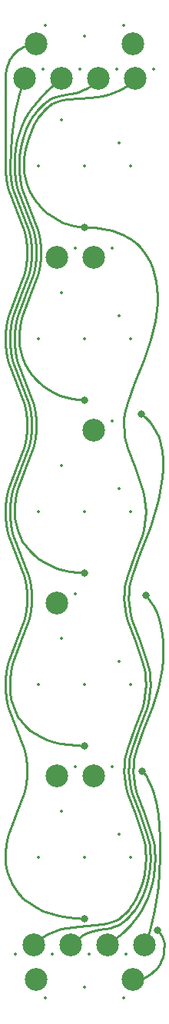
<source format=gbl>
%TF.GenerationSoftware,KiCad,Pcbnew,5.0.0+dfsg1-2*%
%TF.CreationDate,2019-02-10T19:22:37+01:00*%
%TF.ProjectId,yatara-puno-mx-5,7961746172612D70756E6F2D6D782D35,0.2*%
%TF.SameCoordinates,Original*%
%TF.FileFunction,Copper,L2,Bot,Signal*%
%TF.FilePolarity,Positive*%
%FSLAX46Y46*%
G04 Gerber Fmt 4.6, Leading zero omitted, Abs format (unit mm)*
G04 Created by KiCad (PCBNEW 5.0.0+dfsg1-2) date Sun Feb 10 19:22:37 2019*
%MOMM*%
%LPD*%
G01*
G04 APERTURE LIST*
%ADD10C,2.500000*%
%ADD11C,0.800000*%
%ADD12C,0.250000*%
%ADD13C,0.350000*%
G04 APERTURE END LIST*
D10*
X71460000Y-33398000D03*
X67396000Y-33398000D03*
X79588000Y-33398000D03*
X75524000Y-33398000D03*
X70952000Y-110233000D03*
X79334000Y-132712000D03*
X75016000Y-110233000D03*
X68666000Y-29588000D03*
X80602000Y-128902000D03*
X76538000Y-128902000D03*
X72476000Y-128902000D03*
X68410000Y-128902000D03*
X79334000Y-29588000D03*
X68664000Y-132712000D03*
X75016000Y-72133000D03*
X70952000Y-53083000D03*
X75016000Y-53083000D03*
X70952000Y-91183000D03*
D11*
X82001000Y-127251000D03*
X74000000Y-125981000D03*
X74000000Y-49781000D03*
X74000000Y-68831000D03*
X80223000Y-70355000D03*
X74000000Y-106931000D03*
X80350000Y-109725000D03*
X80763000Y-90345000D03*
X74000000Y-87881000D03*
D12*
X65237000Y-43050000D02*
X65237000Y-33398000D01*
X65264000Y-43745000D02*
X65237000Y-43050000D01*
X65340000Y-44405000D02*
X65264000Y-43745000D01*
X65458000Y-45035000D02*
X65340000Y-44405000D01*
X65611000Y-45639000D02*
X65458000Y-45035000D01*
X66436000Y-47891000D02*
X65611000Y-45639000D01*
X67264000Y-50103000D02*
X66436000Y-47891000D01*
X67420000Y-50685000D02*
X67264000Y-50103000D01*
X67540000Y-51288000D02*
X67420000Y-50685000D01*
X67620000Y-51916000D02*
X67540000Y-51288000D01*
X67650000Y-52575000D02*
X67620000Y-51916000D01*
X67626000Y-53234000D02*
X67650000Y-52575000D01*
X67552000Y-53862000D02*
X67626000Y-53234000D01*
X67435000Y-54465000D02*
X67552000Y-53862000D01*
X67282000Y-55047000D02*
X67435000Y-54465000D01*
X66451000Y-57259000D02*
X67282000Y-55047000D01*
X65617000Y-59511000D02*
X66451000Y-57259000D01*
X65461000Y-60115000D02*
X65617000Y-59511000D01*
X65342000Y-60745000D02*
X65461000Y-60115000D01*
X65264000Y-61405000D02*
X65342000Y-60745000D01*
X65237000Y-62100000D02*
X65264000Y-61405000D01*
X65264000Y-62795000D02*
X65237000Y-62100000D01*
X65340000Y-63455000D02*
X65264000Y-62795000D01*
X65458000Y-64085000D02*
X65340000Y-63455000D01*
X65611000Y-64689000D02*
X65458000Y-64085000D01*
X66436000Y-66941000D02*
X65611000Y-64689000D01*
X67264000Y-69153000D02*
X66436000Y-66941000D01*
X67420000Y-69735000D02*
X67264000Y-69153000D01*
X67540000Y-70338000D02*
X67420000Y-69735000D01*
X67620000Y-70966000D02*
X67540000Y-70338000D01*
X67650000Y-71625000D02*
X67620000Y-70966000D01*
X67626000Y-72284000D02*
X67650000Y-71625000D01*
X67552000Y-72912000D02*
X67626000Y-72284000D01*
X67435000Y-73515000D02*
X67552000Y-72912000D01*
X67282000Y-74097000D02*
X67435000Y-73515000D01*
X66451000Y-76309000D02*
X67282000Y-74097000D01*
X65617000Y-78561000D02*
X66451000Y-76309000D01*
X65461000Y-79165000D02*
X65617000Y-78561000D01*
X65342000Y-79795000D02*
X65461000Y-79165000D01*
X65264000Y-80455000D02*
X65342000Y-79795000D01*
X65237000Y-81150000D02*
X65264000Y-80455000D01*
X65264000Y-81845000D02*
X65237000Y-81150000D01*
X65340000Y-82505000D02*
X65264000Y-81845000D01*
X65458000Y-83135000D02*
X65340000Y-82505000D01*
X65611000Y-83739000D02*
X65458000Y-83135000D01*
X66436000Y-85991000D02*
X65611000Y-83739000D01*
X67264000Y-88203000D02*
X66436000Y-85991000D01*
X67420000Y-88785000D02*
X67264000Y-88203000D01*
X67540000Y-89388000D02*
X67420000Y-88785000D01*
X67620000Y-90016000D02*
X67540000Y-89388000D01*
X67650000Y-90675000D02*
X67620000Y-90016000D01*
X67626000Y-91334000D02*
X67650000Y-90675000D01*
X67552000Y-91962000D02*
X67626000Y-91334000D01*
X67435000Y-92565000D02*
X67552000Y-91962000D01*
X67282000Y-93147000D02*
X67435000Y-92565000D01*
X66451000Y-95359000D02*
X67282000Y-93147000D01*
X65617000Y-97611000D02*
X66451000Y-95359000D01*
X65461000Y-98215000D02*
X65617000Y-97611000D01*
X65342000Y-98845000D02*
X65461000Y-98215000D01*
X65264000Y-99505000D02*
X65342000Y-98845000D01*
X65237000Y-100200000D02*
X65264000Y-99505000D01*
X65264000Y-100895000D02*
X65237000Y-100200000D01*
X65340000Y-101555000D02*
X65264000Y-100895000D01*
X65458000Y-102185000D02*
X65340000Y-101555000D01*
X65611000Y-102789000D02*
X65458000Y-102185000D01*
X66436000Y-105041000D02*
X65611000Y-102789000D01*
X67264000Y-107253000D02*
X66436000Y-105041000D01*
X67420000Y-107835000D02*
X67264000Y-107253000D01*
X67540000Y-108438000D02*
X67420000Y-107835000D01*
X67620000Y-109066000D02*
X67540000Y-108438000D01*
X67650000Y-109725000D02*
X67620000Y-109066000D01*
X67626000Y-110384000D02*
X67650000Y-109725000D01*
X67552000Y-111012000D02*
X67626000Y-110384000D01*
X67435000Y-111615000D02*
X67552000Y-111012000D01*
X67282000Y-112197000D02*
X67435000Y-111615000D01*
X66451000Y-114409000D02*
X67282000Y-112197000D01*
X65617000Y-116661000D02*
X66451000Y-114409000D01*
X65461000Y-117265000D02*
X65617000Y-116661000D01*
X65342000Y-117895000D02*
X65461000Y-117265000D01*
X65264000Y-118555000D02*
X65342000Y-117895000D01*
X65237000Y-119250000D02*
X65264000Y-118555000D01*
X65270000Y-119810000D02*
X65237000Y-119250000D01*
X65368000Y-120399000D02*
X65270000Y-119810000D01*
X65527000Y-121002000D02*
X65368000Y-120399000D01*
X65745000Y-121603000D02*
X65527000Y-121002000D01*
X66018000Y-122189000D02*
X65745000Y-121603000D01*
X66344000Y-122743000D02*
X66018000Y-122189000D01*
X66720000Y-123250000D02*
X66344000Y-122743000D01*
X66925000Y-123481000D02*
X66720000Y-123250000D01*
X67142000Y-123695000D02*
X66925000Y-123481000D01*
X67483000Y-123990000D02*
X67142000Y-123695000D01*
X67842000Y-124262000D02*
X67483000Y-123990000D01*
X68604000Y-124741000D02*
X67842000Y-124262000D01*
X69421000Y-125135000D02*
X68604000Y-124741000D01*
X70283000Y-125450000D02*
X69421000Y-125135000D01*
X71181000Y-125688000D02*
X70283000Y-125450000D01*
X72106000Y-125853000D02*
X71181000Y-125688000D01*
X73049000Y-125950000D02*
X72106000Y-125853000D01*
X74000000Y-125981000D02*
X73049000Y-125950000D01*
X79624000Y-132699000D02*
X79334000Y-132712000D01*
X79919000Y-132658000D02*
X79624000Y-132699000D01*
X80216000Y-132589000D02*
X79919000Y-132658000D01*
X80513000Y-132492000D02*
X80216000Y-132589000D01*
X80805000Y-132366000D02*
X80513000Y-132492000D01*
X81089000Y-132210000D02*
X80805000Y-132366000D01*
X81362000Y-132024000D02*
X81089000Y-132210000D01*
X81620000Y-131807000D02*
X81362000Y-132024000D01*
X81861000Y-131559000D02*
X81620000Y-131807000D01*
X82080000Y-131280000D02*
X81861000Y-131559000D01*
X82275000Y-130967000D02*
X82080000Y-131280000D01*
X82442000Y-130622000D02*
X82275000Y-130967000D01*
X82577000Y-130244000D02*
X82442000Y-130622000D01*
X82678000Y-129831000D02*
X82577000Y-130244000D01*
X82741000Y-129384000D02*
X82678000Y-129831000D01*
X82763000Y-128902000D02*
X82741000Y-129384000D01*
X82759000Y-128791000D02*
X82763000Y-128902000D01*
X82747000Y-128678000D02*
X82759000Y-128791000D01*
X82702000Y-128448000D02*
X82747000Y-128678000D01*
X82631000Y-128218000D02*
X82702000Y-128448000D01*
X82538000Y-127993000D02*
X82631000Y-128218000D01*
X82424000Y-127778000D02*
X82538000Y-127993000D01*
X82295000Y-127579000D02*
X82424000Y-127778000D01*
X82153000Y-127402000D02*
X82295000Y-127579000D01*
X82078000Y-127323000D02*
X82153000Y-127402000D01*
X82001000Y-127251000D02*
X82078000Y-127323000D01*
X68376000Y-29601000D02*
X68666000Y-29588000D01*
X68081000Y-29642000D02*
X68376000Y-29601000D01*
X67784000Y-29711000D02*
X68081000Y-29642000D01*
X67487000Y-29808000D02*
X67784000Y-29711000D01*
X67195000Y-29934000D02*
X67487000Y-29808000D01*
X66911000Y-30090000D02*
X67195000Y-29934000D01*
X66638000Y-30276000D02*
X66911000Y-30090000D01*
X66380000Y-30493000D02*
X66638000Y-30276000D01*
X66139000Y-30741000D02*
X66380000Y-30493000D01*
X65920000Y-31020000D02*
X66139000Y-30741000D01*
X65725000Y-31333000D02*
X65920000Y-31020000D01*
X65558000Y-31678000D02*
X65725000Y-31333000D01*
X65423000Y-32056000D02*
X65558000Y-31678000D01*
X65322000Y-32469000D02*
X65423000Y-32056000D01*
X65259000Y-32916000D02*
X65322000Y-32469000D01*
X65237000Y-33398000D02*
X65259000Y-32916000D01*
X80704000Y-118555000D02*
X80731000Y-119250000D01*
X80628000Y-117895000D02*
X80704000Y-118555000D01*
X80510000Y-117265000D02*
X80628000Y-117895000D01*
X80357000Y-116661000D02*
X80510000Y-117265000D01*
X79532000Y-114409000D02*
X80357000Y-116661000D01*
X78704000Y-112197000D02*
X79532000Y-114409000D01*
X78548000Y-111615000D02*
X78704000Y-112197000D01*
X78428000Y-111012000D02*
X78548000Y-111615000D01*
X78348000Y-110384000D02*
X78428000Y-111012000D01*
X78318000Y-109725000D02*
X78348000Y-110384000D01*
X78342000Y-109066000D02*
X78318000Y-109725000D01*
X78416000Y-108438000D02*
X78342000Y-109066000D01*
X78533000Y-107835000D02*
X78416000Y-108438000D01*
X78686000Y-107253000D02*
X78533000Y-107835000D01*
X79517000Y-105041000D02*
X78686000Y-107253000D01*
X80351000Y-102789000D02*
X79517000Y-105041000D01*
X80507000Y-102185000D02*
X80351000Y-102789000D01*
X80626000Y-101555000D02*
X80507000Y-102185000D01*
X80704000Y-100895000D02*
X80626000Y-101555000D01*
X80731000Y-100200000D02*
X80704000Y-100895000D01*
X80704000Y-99505000D02*
X80731000Y-100200000D01*
X80628000Y-98845000D02*
X80704000Y-99505000D01*
X80510000Y-98215000D02*
X80628000Y-98845000D01*
X80357000Y-97611000D02*
X80510000Y-98215000D01*
X79532000Y-95359000D02*
X80357000Y-97611000D01*
X78704000Y-93147000D02*
X79532000Y-95359000D01*
X78548000Y-92565000D02*
X78704000Y-93147000D01*
X78428000Y-91962000D02*
X78548000Y-92565000D01*
X78348000Y-91334000D02*
X78428000Y-91962000D01*
X78318000Y-90675000D02*
X78348000Y-91334000D01*
X78342000Y-90016000D02*
X78318000Y-90675000D01*
X78416000Y-89388000D02*
X78342000Y-90016000D01*
X78533000Y-88785000D02*
X78416000Y-89388000D01*
X78686000Y-88203000D02*
X78533000Y-88785000D01*
X79517000Y-85991000D02*
X78686000Y-88203000D01*
X80351000Y-83739000D02*
X79517000Y-85991000D01*
X80507000Y-83135000D02*
X80351000Y-83739000D01*
X80626000Y-82505000D02*
X80507000Y-83135000D01*
X80704000Y-81845000D02*
X80626000Y-82505000D01*
X80731000Y-81150000D02*
X80704000Y-81845000D01*
X73401000Y-49747000D02*
X74000000Y-49781000D01*
X72799000Y-49648000D02*
X73401000Y-49747000D01*
X72200000Y-49486000D02*
X72799000Y-49648000D01*
X71609000Y-49265000D02*
X72200000Y-49486000D01*
X71032000Y-48987000D02*
X71609000Y-49265000D01*
X70475000Y-48656000D02*
X71032000Y-48987000D01*
X69944000Y-48274000D02*
X70475000Y-48656000D01*
X69444000Y-47844000D02*
X69944000Y-48274000D01*
X68981000Y-47370000D02*
X69444000Y-47844000D01*
X68562000Y-46854000D02*
X68981000Y-47370000D01*
X68191000Y-46299000D02*
X68562000Y-46854000D01*
X67874000Y-45709000D02*
X68191000Y-46299000D01*
X67618000Y-45086000D02*
X67874000Y-45709000D01*
X67428000Y-44433000D02*
X67618000Y-45086000D01*
X67310000Y-43753000D02*
X67428000Y-44433000D01*
X67269000Y-43050000D02*
X67310000Y-43753000D01*
X79335000Y-33672000D02*
X79588000Y-33398000D01*
X79070000Y-33920000D02*
X79335000Y-33672000D01*
X78794000Y-34144000D02*
X79070000Y-33920000D01*
X78508000Y-34345000D02*
X78794000Y-34144000D01*
X78212000Y-34525000D02*
X78508000Y-34345000D01*
X77908000Y-34684000D02*
X78212000Y-34525000D01*
X77279000Y-34949000D02*
X77908000Y-34684000D01*
X76627000Y-35150000D02*
X77279000Y-34949000D01*
X75962000Y-35299000D02*
X76627000Y-35150000D01*
X74618000Y-35482000D02*
X75962000Y-35299000D01*
X72092000Y-35704000D02*
X74618000Y-35482000D01*
X71539000Y-35793000D02*
X72092000Y-35704000D01*
X71033000Y-35918000D02*
X71539000Y-35793000D01*
X70800000Y-35997000D02*
X71033000Y-35918000D01*
X70581000Y-36090000D02*
X70800000Y-35997000D01*
X70377000Y-36196000D02*
X70581000Y-36090000D01*
X70190000Y-36319000D02*
X70377000Y-36196000D01*
X69843000Y-36598000D02*
X70190000Y-36319000D01*
X69518000Y-36910000D02*
X69843000Y-36598000D01*
X69213000Y-37252000D02*
X69518000Y-36910000D01*
X68930000Y-37621000D02*
X69213000Y-37252000D01*
X68668000Y-38013000D02*
X68930000Y-37621000D01*
X68429000Y-38426000D02*
X68668000Y-38013000D01*
X68015000Y-39304000D02*
X68429000Y-38426000D01*
X67691000Y-40228000D02*
X68015000Y-39304000D01*
X67458000Y-41177000D02*
X67691000Y-40228000D01*
X67316000Y-42125000D02*
X67458000Y-41177000D01*
X67269000Y-43050000D02*
X67316000Y-42125000D01*
X68665000Y-128628000D02*
X68412000Y-128902000D01*
X68930000Y-128380000D02*
X68665000Y-128628000D01*
X69206000Y-128156000D02*
X68930000Y-128380000D01*
X69492000Y-127955000D02*
X69206000Y-128156000D01*
X69788000Y-127775000D02*
X69492000Y-127955000D01*
X70092000Y-127616000D02*
X69788000Y-127775000D01*
X70721000Y-127351000D02*
X70092000Y-127616000D01*
X71373000Y-127150000D02*
X70721000Y-127351000D01*
X72038000Y-127001000D02*
X71373000Y-127150000D01*
X73382000Y-126818000D02*
X72038000Y-127001000D01*
X75908000Y-126596000D02*
X73382000Y-126818000D01*
X76461000Y-126507000D02*
X75908000Y-126596000D01*
X76967000Y-126382000D02*
X76461000Y-126507000D01*
X77200000Y-126303000D02*
X76967000Y-126382000D01*
X77419000Y-126210000D02*
X77200000Y-126303000D01*
X77623000Y-126104000D02*
X77419000Y-126210000D01*
X77810000Y-125981000D02*
X77623000Y-126104000D01*
X78157000Y-125702000D02*
X77810000Y-125981000D01*
X78482000Y-125390000D02*
X78157000Y-125702000D01*
X78787000Y-125048000D02*
X78482000Y-125390000D01*
X79070000Y-124679000D02*
X78787000Y-125048000D01*
X79332000Y-124287000D02*
X79070000Y-124679000D01*
X79571000Y-123874000D02*
X79332000Y-124287000D01*
X79985000Y-122996000D02*
X79571000Y-123874000D01*
X80309000Y-122072000D02*
X79985000Y-122996000D01*
X80542000Y-121123000D02*
X80309000Y-122072000D01*
X80684000Y-120175000D02*
X80542000Y-121123000D01*
X80731000Y-119250000D02*
X80684000Y-120175000D01*
X80701000Y-80448000D02*
X80728000Y-81143000D01*
X80625000Y-79788000D02*
X80701000Y-80448000D01*
X80507000Y-79158000D02*
X80625000Y-79788000D01*
X80354000Y-78554000D02*
X80507000Y-79158000D01*
X79529000Y-76303000D02*
X80354000Y-78554000D01*
X78701000Y-74090000D02*
X79529000Y-76303000D01*
X78545000Y-73508000D02*
X78701000Y-74090000D01*
X78425000Y-72905000D02*
X78545000Y-73508000D01*
X78346000Y-72277000D02*
X78425000Y-72905000D01*
X78315000Y-71618000D02*
X78346000Y-72277000D01*
X78339000Y-70960000D02*
X78315000Y-71618000D01*
X78413000Y-70331000D02*
X78339000Y-70960000D01*
X78530000Y-69729000D02*
X78413000Y-70331000D01*
X78684000Y-69147000D02*
X78530000Y-69729000D01*
X79514000Y-66934000D02*
X78684000Y-69147000D01*
X80536000Y-64474000D02*
X79514000Y-66934000D01*
X81280000Y-62204000D02*
X80536000Y-64474000D01*
X81758000Y-60124000D02*
X81280000Y-62204000D01*
X81984000Y-58233000D02*
X81758000Y-60124000D01*
X82006000Y-57359000D02*
X81984000Y-58233000D01*
X81970000Y-56533000D02*
X82006000Y-57359000D01*
X81876000Y-55755000D02*
X81970000Y-56533000D01*
X81726000Y-55023000D02*
X81876000Y-55755000D01*
X81523000Y-54340000D02*
X81726000Y-55023000D01*
X81267000Y-53704000D02*
X81523000Y-54340000D01*
X80960000Y-53116000D02*
X81267000Y-53704000D01*
X80604000Y-52575000D02*
X80960000Y-53116000D01*
X80335000Y-52236000D02*
X80604000Y-52575000D01*
X80046000Y-51919000D02*
X80335000Y-52236000D01*
X79735000Y-51624000D02*
X80046000Y-51919000D01*
X79403000Y-51350000D02*
X79735000Y-51624000D01*
X79051000Y-51099000D02*
X79403000Y-51350000D01*
X78680000Y-50869000D02*
X79051000Y-51099000D01*
X78290000Y-50661000D02*
X78680000Y-50869000D01*
X77881000Y-50475000D02*
X78290000Y-50661000D01*
X77010000Y-50168000D02*
X77881000Y-50475000D01*
X76069000Y-49950000D02*
X77010000Y-50168000D01*
X75064000Y-49818000D02*
X76069000Y-49950000D01*
X73997000Y-49774000D02*
X75064000Y-49818000D01*
X66788000Y-43745000D02*
X66761000Y-43050000D01*
X66864000Y-44405000D02*
X66788000Y-43745000D01*
X66982000Y-45035000D02*
X66864000Y-44405000D01*
X67135000Y-45639000D02*
X66982000Y-45035000D01*
X67960000Y-47891000D02*
X67135000Y-45639000D01*
X68788000Y-50103000D02*
X67960000Y-47891000D01*
X68944000Y-50685000D02*
X68788000Y-50103000D01*
X69064000Y-51288000D02*
X68944000Y-50685000D01*
X69144000Y-51916000D02*
X69064000Y-51288000D01*
X69174000Y-52575000D02*
X69144000Y-51916000D01*
X69150000Y-53234000D02*
X69174000Y-52575000D01*
X69076000Y-53862000D02*
X69150000Y-53234000D01*
X68959000Y-54465000D02*
X69076000Y-53862000D01*
X68806000Y-55047000D02*
X68959000Y-54465000D01*
X67975000Y-57259000D02*
X68806000Y-55047000D01*
X67141000Y-59511000D02*
X67975000Y-57259000D01*
X66985000Y-60115000D02*
X67141000Y-59511000D01*
X66866000Y-60745000D02*
X66985000Y-60115000D01*
X66788000Y-61405000D02*
X66866000Y-60745000D01*
X66761000Y-62100000D02*
X66788000Y-61405000D01*
X75056000Y-33836000D02*
X75524000Y-33398000D01*
X74616000Y-34191000D02*
X75056000Y-33836000D01*
X74202000Y-34471000D02*
X74616000Y-34191000D01*
X73810000Y-34687000D02*
X74202000Y-34471000D01*
X73439000Y-34849000D02*
X73810000Y-34687000D01*
X73084000Y-34967000D02*
X73439000Y-34849000D01*
X72413000Y-35112000D02*
X73084000Y-34967000D01*
X71143000Y-35315000D02*
X72413000Y-35112000D01*
X70823000Y-35406000D02*
X71143000Y-35315000D01*
X70496000Y-35534000D02*
X70823000Y-35406000D01*
X70159000Y-35708000D02*
X70496000Y-35534000D01*
X69809000Y-35938000D02*
X70159000Y-35708000D01*
X69461000Y-36216000D02*
X69809000Y-35938000D01*
X69131000Y-36525000D02*
X69461000Y-36216000D01*
X68820000Y-36863000D02*
X69131000Y-36525000D01*
X68529000Y-37228000D02*
X68820000Y-36863000D01*
X68258000Y-37618000D02*
X68529000Y-37228000D01*
X68007000Y-38032000D02*
X68258000Y-37618000D01*
X67571000Y-38923000D02*
X68007000Y-38032000D01*
X67223000Y-39884000D02*
X67571000Y-38923000D01*
X66969000Y-40903000D02*
X67223000Y-39884000D01*
X66814000Y-41963000D02*
X66969000Y-40903000D01*
X66761000Y-43050000D02*
X66814000Y-41963000D01*
X81212000Y-118555000D02*
X81239000Y-119250000D01*
X81136000Y-117895000D02*
X81212000Y-118555000D01*
X81018000Y-117265000D02*
X81136000Y-117895000D01*
X80865000Y-116661000D02*
X81018000Y-117265000D01*
X80040000Y-114409000D02*
X80865000Y-116661000D01*
X79212000Y-112197000D02*
X80040000Y-114409000D01*
X79056000Y-111615000D02*
X79212000Y-112197000D01*
X78936000Y-111012000D02*
X79056000Y-111615000D01*
X78856000Y-110384000D02*
X78936000Y-111012000D01*
X78826000Y-109725000D02*
X78856000Y-110384000D01*
X78850000Y-109066000D02*
X78826000Y-109725000D01*
X78924000Y-108438000D02*
X78850000Y-109066000D01*
X79041000Y-107835000D02*
X78924000Y-108438000D01*
X79194000Y-107253000D02*
X79041000Y-107835000D01*
X80025000Y-105041000D02*
X79194000Y-107253000D01*
X80859000Y-102789000D02*
X80025000Y-105041000D01*
X81015000Y-102185000D02*
X80859000Y-102789000D01*
X81134000Y-101555000D02*
X81015000Y-102185000D01*
X81212000Y-100895000D02*
X81134000Y-101555000D01*
X81239000Y-100200000D02*
X81212000Y-100895000D01*
X73291000Y-68797000D02*
X74000000Y-68831000D01*
X72595000Y-68698000D02*
X73291000Y-68797000D01*
X71917000Y-68536000D02*
X72595000Y-68698000D01*
X71262000Y-68315000D02*
X71917000Y-68536000D01*
X70633000Y-68037000D02*
X71262000Y-68315000D01*
X70035000Y-67706000D02*
X70633000Y-68037000D01*
X69473000Y-67324000D02*
X70035000Y-67706000D01*
X68952000Y-66894000D02*
X69473000Y-67324000D01*
X68475000Y-66420000D02*
X68952000Y-66894000D01*
X68047000Y-65904000D02*
X68475000Y-66420000D01*
X67673000Y-65349000D02*
X68047000Y-65904000D01*
X67356000Y-64759000D02*
X67673000Y-65349000D01*
X67103000Y-64136000D02*
X67356000Y-64759000D01*
X66916000Y-63483000D02*
X67103000Y-64136000D01*
X66800000Y-62803000D02*
X66916000Y-63483000D01*
X66761000Y-62100000D02*
X66800000Y-62803000D01*
X72944000Y-128464000D02*
X72476000Y-128902000D01*
X73384000Y-128109000D02*
X72944000Y-128464000D01*
X73798000Y-127829000D02*
X73384000Y-128109000D01*
X74190000Y-127613000D02*
X73798000Y-127829000D01*
X74561000Y-127451000D02*
X74190000Y-127613000D01*
X74916000Y-127333000D02*
X74561000Y-127451000D01*
X75587000Y-127188000D02*
X74916000Y-127333000D01*
X76857000Y-126985000D02*
X75587000Y-127188000D01*
X77177000Y-126894000D02*
X76857000Y-126985000D01*
X77504000Y-126766000D02*
X77177000Y-126894000D01*
X77841000Y-126592000D02*
X77504000Y-126766000D01*
X78191000Y-126362000D02*
X77841000Y-126592000D01*
X78539000Y-126084000D02*
X78191000Y-126362000D01*
X78869000Y-125775000D02*
X78539000Y-126084000D01*
X79180000Y-125437000D02*
X78869000Y-125775000D01*
X79471000Y-125072000D02*
X79180000Y-125437000D01*
X79742000Y-124682000D02*
X79471000Y-125072000D01*
X79993000Y-124268000D02*
X79742000Y-124682000D01*
X80429000Y-123377000D02*
X79993000Y-124268000D01*
X80777000Y-122416000D02*
X80429000Y-123377000D01*
X81031000Y-121397000D02*
X80777000Y-122416000D01*
X81186000Y-120337000D02*
X81031000Y-121397000D01*
X81239000Y-119250000D02*
X81186000Y-120337000D01*
X81212000Y-99505000D02*
X81239000Y-100200000D01*
X81136000Y-98845000D02*
X81212000Y-99505000D01*
X81018000Y-98215000D02*
X81136000Y-98845000D01*
X80865000Y-97611000D02*
X81018000Y-98215000D01*
X80040000Y-95359000D02*
X80865000Y-97611000D01*
X79212000Y-93147000D02*
X80040000Y-95359000D01*
X79056000Y-92565000D02*
X79212000Y-93147000D01*
X78936000Y-91962000D02*
X79056000Y-92565000D01*
X78856000Y-91334000D02*
X78936000Y-91962000D01*
X78826000Y-90675000D02*
X78856000Y-91334000D01*
X78850000Y-90016000D02*
X78826000Y-90675000D01*
X78924000Y-89388000D02*
X78850000Y-90016000D01*
X79041000Y-88785000D02*
X78924000Y-89388000D01*
X79194000Y-88203000D02*
X79041000Y-88785000D01*
X80025000Y-85991000D02*
X79194000Y-88203000D01*
X81291000Y-82704000D02*
X80025000Y-85991000D01*
X82116000Y-79861000D02*
X81291000Y-82704000D01*
X82545000Y-77431000D02*
X82116000Y-79861000D01*
X82623000Y-76360000D02*
X82545000Y-77431000D01*
X82619000Y-75381000D02*
X82623000Y-76360000D01*
X82536000Y-74489000D02*
X82619000Y-75381000D01*
X82381000Y-73680000D02*
X82536000Y-74489000D01*
X82158000Y-72951000D02*
X82381000Y-73680000D01*
X81873000Y-72297000D02*
X82158000Y-72951000D01*
X81532000Y-71714000D02*
X81873000Y-72297000D01*
X81140000Y-71199000D02*
X81532000Y-71714000D01*
X80702000Y-70747000D02*
X81140000Y-71199000D01*
X80223000Y-70355000D02*
X80702000Y-70747000D01*
X65772000Y-43745000D02*
X65745000Y-43050000D01*
X65848000Y-44405000D02*
X65772000Y-43745000D01*
X65966000Y-45035000D02*
X65848000Y-44405000D01*
X66119000Y-45639000D02*
X65966000Y-45035000D01*
X66944000Y-47891000D02*
X66119000Y-45639000D01*
X67772000Y-50103000D02*
X66944000Y-47891000D01*
X67928000Y-50685000D02*
X67772000Y-50103000D01*
X68048000Y-51288000D02*
X67928000Y-50685000D01*
X68128000Y-51916000D02*
X68048000Y-51288000D01*
X68158000Y-52575000D02*
X68128000Y-51916000D01*
X68134000Y-53234000D02*
X68158000Y-52575000D01*
X68060000Y-53862000D02*
X68134000Y-53234000D01*
X67943000Y-54465000D02*
X68060000Y-53862000D01*
X67790000Y-55047000D02*
X67943000Y-54465000D01*
X66959000Y-57259000D02*
X67790000Y-55047000D01*
X66125000Y-59511000D02*
X66959000Y-57259000D01*
X65969000Y-60115000D02*
X66125000Y-59511000D01*
X65850000Y-60745000D02*
X65969000Y-60115000D01*
X65772000Y-61405000D02*
X65850000Y-60745000D01*
X65745000Y-62100000D02*
X65772000Y-61405000D01*
X65772000Y-62795000D02*
X65745000Y-62100000D01*
X65848000Y-63455000D02*
X65772000Y-62795000D01*
X65966000Y-64085000D02*
X65848000Y-63455000D01*
X66119000Y-64689000D02*
X65966000Y-64085000D01*
X66944000Y-66941000D02*
X66119000Y-64689000D01*
X67772000Y-69153000D02*
X66944000Y-66941000D01*
X67928000Y-69735000D02*
X67772000Y-69153000D01*
X68048000Y-70338000D02*
X67928000Y-69735000D01*
X68128000Y-70966000D02*
X68048000Y-70338000D01*
X68158000Y-71625000D02*
X68128000Y-70966000D01*
X68134000Y-72284000D02*
X68158000Y-71625000D01*
X68060000Y-72912000D02*
X68134000Y-72284000D01*
X67943000Y-73515000D02*
X68060000Y-72912000D01*
X67790000Y-74097000D02*
X67943000Y-73515000D01*
X66959000Y-76309000D02*
X67790000Y-74097000D01*
X66125000Y-78561000D02*
X66959000Y-76309000D01*
X65969000Y-79165000D02*
X66125000Y-78561000D01*
X65850000Y-79795000D02*
X65969000Y-79165000D01*
X65772000Y-80455000D02*
X65850000Y-79795000D01*
X65745000Y-81150000D02*
X65772000Y-80455000D01*
X65772000Y-81845000D02*
X65745000Y-81150000D01*
X65848000Y-82505000D02*
X65772000Y-81845000D01*
X65966000Y-83135000D02*
X65848000Y-82505000D01*
X66119000Y-83739000D02*
X65966000Y-83135000D01*
X66944000Y-85991000D02*
X66119000Y-83739000D01*
X67772000Y-88203000D02*
X66944000Y-85991000D01*
X67928000Y-88785000D02*
X67772000Y-88203000D01*
X68048000Y-89388000D02*
X67928000Y-88785000D01*
X68128000Y-90016000D02*
X68048000Y-89388000D01*
X68158000Y-90675000D02*
X68128000Y-90016000D01*
X68134000Y-91334000D02*
X68158000Y-90675000D01*
X68060000Y-91962000D02*
X68134000Y-91334000D01*
X67943000Y-92565000D02*
X68060000Y-91962000D01*
X67790000Y-93147000D02*
X67943000Y-92565000D01*
X66959000Y-95359000D02*
X67790000Y-93147000D01*
X66125000Y-97611000D02*
X66959000Y-95359000D01*
X65969000Y-98215000D02*
X66125000Y-97611000D01*
X65850000Y-98845000D02*
X65969000Y-98215000D01*
X65772000Y-99505000D02*
X65850000Y-98845000D01*
X65745000Y-100200000D02*
X65772000Y-99505000D01*
X65782000Y-101008000D02*
X65745000Y-100200000D01*
X65891000Y-101765000D02*
X65782000Y-101008000D01*
X66071000Y-102472000D02*
X65891000Y-101765000D01*
X66320000Y-103127000D02*
X66071000Y-102472000D01*
X66636000Y-103731000D02*
X66320000Y-103127000D01*
X67017000Y-104283000D02*
X66636000Y-103731000D01*
X67462000Y-104784000D02*
X67017000Y-104283000D01*
X67968000Y-105232000D02*
X67462000Y-104784000D01*
X68533000Y-105629000D02*
X67968000Y-105232000D01*
X69156000Y-105973000D02*
X68533000Y-105629000D01*
X69834000Y-106265000D02*
X69156000Y-105973000D01*
X70567000Y-106504000D02*
X69834000Y-106265000D01*
X71352000Y-106691000D02*
X70567000Y-106504000D01*
X72187000Y-106824000D02*
X71352000Y-106691000D01*
X73070000Y-106904000D02*
X72187000Y-106824000D01*
X74000000Y-106931000D02*
X73070000Y-106904000D01*
X80713000Y-110214000D02*
X80350000Y-109725000D01*
X81026000Y-110745000D02*
X80713000Y-110214000D01*
X81295000Y-111311000D02*
X81026000Y-110745000D01*
X81521000Y-111906000D02*
X81295000Y-111311000D01*
X81863000Y-113163000D02*
X81521000Y-111906000D01*
X82079000Y-114468000D02*
X81863000Y-113163000D01*
X82249000Y-117040000D02*
X82079000Y-114468000D01*
X82255000Y-119250000D02*
X82249000Y-117040000D01*
X66817000Y-35057000D02*
X67396000Y-33398000D01*
X66285000Y-37198000D02*
X66817000Y-35057000D01*
X65896000Y-39852000D02*
X66285000Y-37198000D01*
X65745000Y-43050000D02*
X65896000Y-39852000D01*
X81183000Y-127243000D02*
X80604000Y-128902000D01*
X81715000Y-125102000D02*
X81183000Y-127243000D01*
X82104000Y-122448000D02*
X81715000Y-125102000D01*
X82255000Y-119250000D02*
X82104000Y-122448000D01*
X69825000Y-34771000D02*
X71460000Y-33398000D01*
X68957000Y-35641000D02*
X69825000Y-34771000D01*
X68127000Y-36675000D02*
X68957000Y-35641000D01*
X67742000Y-37263000D02*
X68127000Y-36675000D01*
X67387000Y-37902000D02*
X67742000Y-37263000D01*
X67069000Y-38598000D02*
X67387000Y-37902000D01*
X66793000Y-39354000D02*
X67069000Y-38598000D01*
X66567000Y-40173000D02*
X66793000Y-39354000D01*
X66397000Y-41059000D02*
X66567000Y-40173000D01*
X66290000Y-42017000D02*
X66397000Y-41059000D01*
X66253000Y-43050000D02*
X66290000Y-42017000D01*
X66280000Y-62795000D02*
X66253000Y-62100000D01*
X66356000Y-63455000D02*
X66280000Y-62795000D01*
X66474000Y-64085000D02*
X66356000Y-63455000D01*
X66627000Y-64689000D02*
X66474000Y-64085000D01*
X67452000Y-66941000D02*
X66627000Y-64689000D01*
X68280000Y-69153000D02*
X67452000Y-66941000D01*
X68436000Y-69735000D02*
X68280000Y-69153000D01*
X68556000Y-70338000D02*
X68436000Y-69735000D01*
X68636000Y-70966000D02*
X68556000Y-70338000D01*
X68666000Y-71625000D02*
X68636000Y-70966000D01*
X68642000Y-72284000D02*
X68666000Y-71625000D01*
X68568000Y-72912000D02*
X68642000Y-72284000D01*
X68451000Y-73515000D02*
X68568000Y-72912000D01*
X68298000Y-74097000D02*
X68451000Y-73515000D01*
X67467000Y-76309000D02*
X68298000Y-74097000D01*
X66633000Y-78561000D02*
X67467000Y-76309000D01*
X66477000Y-79165000D02*
X66633000Y-78561000D01*
X66358000Y-79795000D02*
X66477000Y-79165000D01*
X66280000Y-80455000D02*
X66358000Y-79795000D01*
X66253000Y-81150000D02*
X66280000Y-80455000D01*
X66280000Y-43745000D02*
X66253000Y-43050000D01*
X66356000Y-44405000D02*
X66280000Y-43745000D01*
X66474000Y-45035000D02*
X66356000Y-44405000D01*
X66627000Y-45639000D02*
X66474000Y-45035000D01*
X67452000Y-47891000D02*
X66627000Y-45639000D01*
X68280000Y-50103000D02*
X67452000Y-47891000D01*
X68436000Y-50685000D02*
X68280000Y-50103000D01*
X68556000Y-51288000D02*
X68436000Y-50685000D01*
X68636000Y-51916000D02*
X68556000Y-51288000D01*
X68666000Y-52575000D02*
X68636000Y-51916000D01*
X68642000Y-53234000D02*
X68666000Y-52575000D01*
X68568000Y-53862000D02*
X68642000Y-53234000D01*
X68451000Y-54465000D02*
X68568000Y-53862000D01*
X68298000Y-55047000D02*
X68451000Y-54465000D01*
X67467000Y-57259000D02*
X68298000Y-55047000D01*
X66633000Y-59511000D02*
X67467000Y-57259000D01*
X66477000Y-60115000D02*
X66633000Y-59511000D01*
X66358000Y-60745000D02*
X66477000Y-60115000D01*
X66280000Y-61405000D02*
X66358000Y-60745000D01*
X66253000Y-62100000D02*
X66280000Y-61405000D01*
X73180000Y-87847000D02*
X74000000Y-87881000D01*
X72391000Y-87748000D02*
X73180000Y-87847000D01*
X71634000Y-87586000D02*
X72391000Y-87748000D01*
X70914000Y-87365000D02*
X71634000Y-87586000D01*
X70234000Y-87087000D02*
X70914000Y-87365000D01*
X69595000Y-86756000D02*
X70234000Y-87087000D01*
X69003000Y-86374000D02*
X69595000Y-86756000D01*
X68460000Y-85944000D02*
X69003000Y-86374000D01*
X67968000Y-85470000D02*
X68460000Y-85944000D01*
X67532000Y-84954000D02*
X67968000Y-85470000D01*
X67154000Y-84399000D02*
X67532000Y-84954000D01*
X66838000Y-83809000D02*
X67154000Y-84399000D01*
X66587000Y-83186000D02*
X66838000Y-83809000D01*
X66404000Y-82533000D02*
X66587000Y-83186000D01*
X66291000Y-81853000D02*
X66404000Y-82533000D01*
X66253000Y-81150000D02*
X66291000Y-81853000D01*
X78175000Y-127529000D02*
X76540000Y-128902000D01*
X79043000Y-126659000D02*
X78175000Y-127529000D01*
X79873000Y-125625000D02*
X79043000Y-126659000D01*
X80258000Y-125037000D02*
X79873000Y-125625000D01*
X80613000Y-124398000D02*
X80258000Y-125037000D01*
X80931000Y-123702000D02*
X80613000Y-124398000D01*
X81207000Y-122946000D02*
X80931000Y-123702000D01*
X81433000Y-122127000D02*
X81207000Y-122946000D01*
X81603000Y-121241000D02*
X81433000Y-122127000D01*
X81710000Y-120283000D02*
X81603000Y-121241000D01*
X81747000Y-119250000D02*
X81710000Y-120283000D01*
X81720000Y-118555000D02*
X81747000Y-119250000D01*
X81644000Y-117895000D02*
X81720000Y-118555000D01*
X81526000Y-117265000D02*
X81644000Y-117895000D01*
X81373000Y-116661000D02*
X81526000Y-117265000D01*
X80548000Y-114409000D02*
X81373000Y-116661000D01*
X79720000Y-112197000D02*
X80548000Y-114409000D01*
X79564000Y-111615000D02*
X79720000Y-112197000D01*
X79444000Y-111012000D02*
X79564000Y-111615000D01*
X79364000Y-110384000D02*
X79444000Y-111012000D01*
X79334000Y-109725000D02*
X79364000Y-110384000D01*
X79358000Y-109066000D02*
X79334000Y-109725000D01*
X79432000Y-108438000D02*
X79358000Y-109066000D01*
X79549000Y-107835000D02*
X79432000Y-108438000D01*
X79702000Y-107253000D02*
X79549000Y-107835000D01*
X80533000Y-105041000D02*
X79702000Y-107253000D01*
X81462000Y-102714000D02*
X80533000Y-105041000D01*
X82118000Y-100490000D02*
X81462000Y-102714000D01*
X82508000Y-98388000D02*
X82118000Y-100490000D01*
X82606000Y-97389000D02*
X82508000Y-98388000D01*
X82641000Y-96426000D02*
X82606000Y-97389000D01*
X82614000Y-95503000D02*
X82641000Y-96426000D01*
X82525000Y-94622000D02*
X82614000Y-95503000D01*
X82376000Y-93785000D02*
X82525000Y-94622000D01*
X82168000Y-92995000D02*
X82376000Y-93785000D01*
X81901000Y-92254000D02*
X82168000Y-92995000D01*
X81578000Y-91563000D02*
X81901000Y-92254000D01*
X81198000Y-90926000D02*
X81578000Y-91563000D01*
X80763000Y-90345000D02*
X81198000Y-90926000D01*
D13*
X82001000Y-127251000D03*
X74000000Y-125981000D03*
X74000000Y-49781000D03*
X74000000Y-68831000D03*
X80223000Y-70355000D03*
X74000000Y-106931000D03*
X80350000Y-109725000D03*
X80763000Y-90345000D03*
X74000000Y-87881000D03*
X77048000Y-52067000D03*
X72984000Y-52067000D03*
X77048000Y-71117000D03*
X72984000Y-90167000D03*
X69682000Y-134744000D03*
X78318000Y-134744000D03*
X66380000Y-129918000D03*
X78572000Y-129918000D03*
X69682000Y-27556000D03*
X74508000Y-129918000D03*
X70444000Y-129918000D03*
X77048000Y-109217000D03*
X72984000Y-109217000D03*
X81620000Y-32382000D03*
X77556000Y-32382000D03*
X73492000Y-32382000D03*
X69428000Y-32382000D03*
X74000000Y-133537500D03*
X74000000Y-28762500D03*
X78318000Y-27556000D03*
X71460000Y-33398000D03*
X67396000Y-33398000D03*
X79588000Y-33398000D03*
X75524000Y-33398000D03*
X70952000Y-110233000D03*
X79334000Y-132712000D03*
X75016000Y-110233000D03*
X68666000Y-29588000D03*
X74000000Y-119250000D03*
X79080000Y-119250000D03*
X68920000Y-119250000D03*
X71460000Y-114170000D03*
X77810000Y-116710000D03*
X77810000Y-40510000D03*
X71460000Y-37970000D03*
X68920000Y-43050000D03*
X79080000Y-43050000D03*
X74000000Y-43050000D03*
X74000000Y-100200000D03*
X79080000Y-100200000D03*
X68920000Y-100200000D03*
X71460000Y-95120000D03*
X77810000Y-97660000D03*
X77810000Y-78610000D03*
X71460000Y-76070000D03*
X68920000Y-81150000D03*
X79080000Y-81150000D03*
X74000000Y-81150000D03*
X74000000Y-62100000D03*
X79080000Y-62100000D03*
X68920000Y-62100000D03*
X71460000Y-57020000D03*
X77810000Y-59560000D03*
X80602000Y-128902000D03*
X76538000Y-128902000D03*
X72476000Y-128902000D03*
X68410000Y-128902000D03*
X79334000Y-29588000D03*
X68664000Y-132712000D03*
X75016000Y-72133000D03*
X70952000Y-53083000D03*
X75016000Y-53083000D03*
X70952000Y-91183000D03*
M02*

</source>
